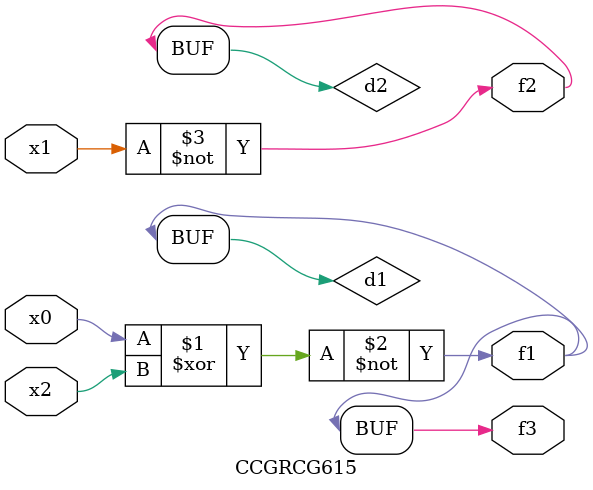
<source format=v>
module CCGRCG615(
	input x0, x1, x2,
	output f1, f2, f3
);

	wire d1, d2, d3;

	xnor (d1, x0, x2);
	nand (d2, x1);
	nor (d3, x1, x2);
	assign f1 = d1;
	assign f2 = d2;
	assign f3 = d1;
endmodule

</source>
